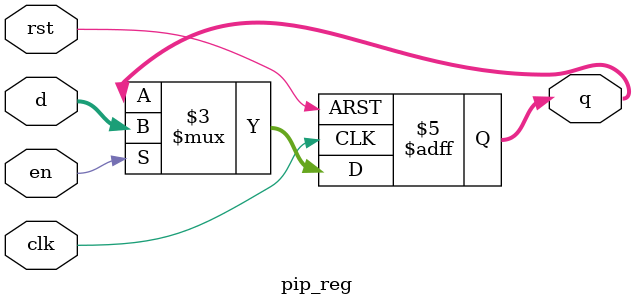
<source format=v>
`timescale 1ns / 1ps

module pip_reg #(parameter WIDTH = 8)(
    input       [WIDTH-1:0]     d,
    input                       clk,
    input                       rst,
    input                       en,
    output reg  [WIDTH-1:0]     q
    );  

always@(posedge clk, posedge rst)
begin
     if(rst) q<= 0;
     else if(en) q[WIDTH-1:0] = d[WIDTH-1:0];
     else q[WIDTH-1:0] <= q[WIDTH-1:0];
end
endmodule

</source>
